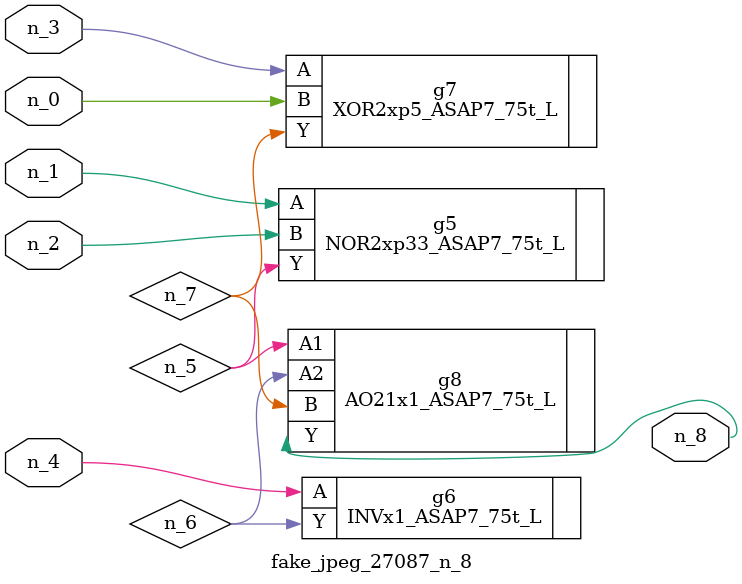
<source format=v>
module fake_jpeg_27087_n_8 (n_3, n_2, n_1, n_0, n_4, n_8);

input n_3;
input n_2;
input n_1;
input n_0;
input n_4;

output n_8;

wire n_6;
wire n_5;
wire n_7;

NOR2xp33_ASAP7_75t_L g5 ( 
.A(n_1),
.B(n_2),
.Y(n_5)
);

INVx1_ASAP7_75t_L g6 ( 
.A(n_4),
.Y(n_6)
);

XOR2xp5_ASAP7_75t_L g7 ( 
.A(n_3),
.B(n_0),
.Y(n_7)
);

AO21x1_ASAP7_75t_L g8 ( 
.A1(n_5),
.A2(n_6),
.B(n_7),
.Y(n_8)
);


endmodule
</source>
